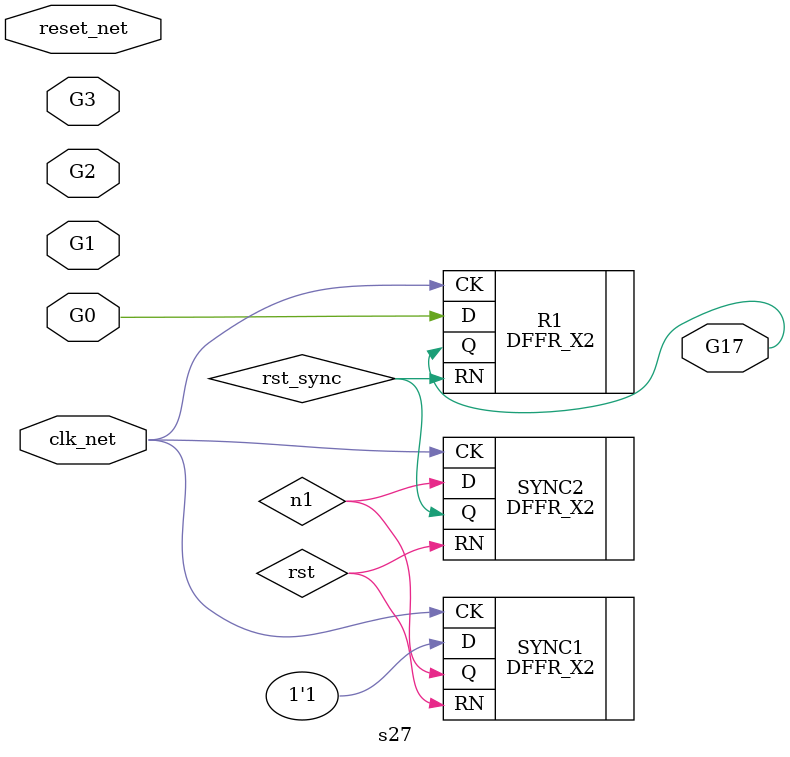
<source format=v>
module s27 (
G1,
G2,
clk_net,
reset_net,
G3,
G0,
G17);

//Start PIs
input G0;
input G1;
input G2;
input G3;
input clk_net,reset_net;

//Start POs
output G17;

wire n1,n2,n3,n4,n5,n6,n7,n8,n9;
wire rst_sync;
// Reset Synchronizer
DFFR_X2 SYNC1 (.D(1'b1), .CK(clk_net), .RN(rst), .Q(n1));
DFFR_X2 SYNC2 (.D(n1), .CK(clk_net), .RN(rst), .Q(rst_sync));

// Functional Register
DFFR_X2 R1 (.D(G0), .CK(clk_net), .RN(rst_sync), .Q(G17));

endmodule



</source>
